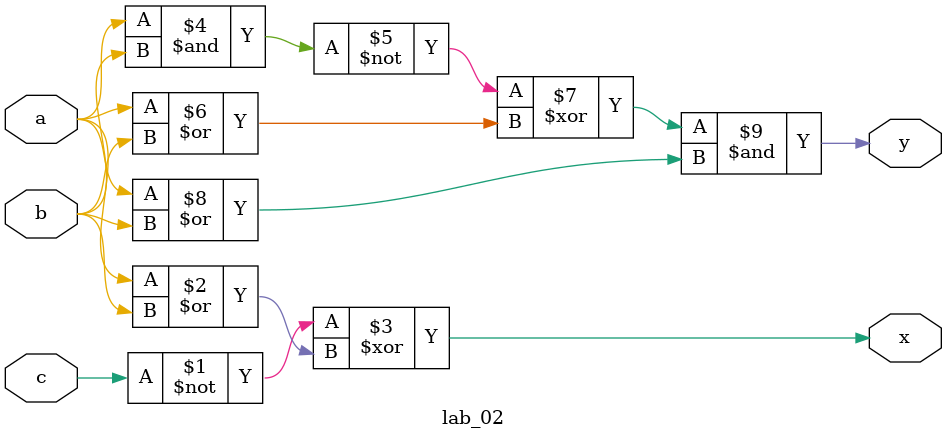
<source format=sv>
`timescale 1ns / 1ps


module lab_02( 
    output x,y,
    input a,b,c
    );
    
    assign x = ~c ^ (a | b);
    assign y = (~(a & b) ^ (a | b)) & (a | b); 
endmodule
</source>
